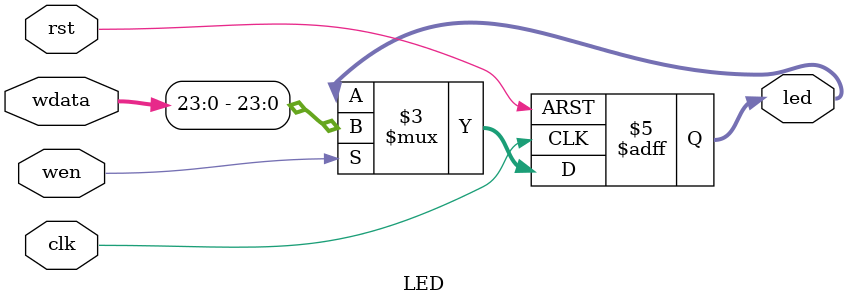
<source format=v>
`timescale 1ns / 1ps

`include "defines.vh"

module LED(
    input wire rst,
    input wire clk,

    input wire wen,
    input wire [31: 0] wdata,

    output reg [23: 0] led
);

always @(posedge rst or posedge clk) begin
    if(rst)
        led <= 24'h000000;
    else if(wen)
        led <= wdata[23: 0];
    else
        led <= led;
end

endmodule
</source>
